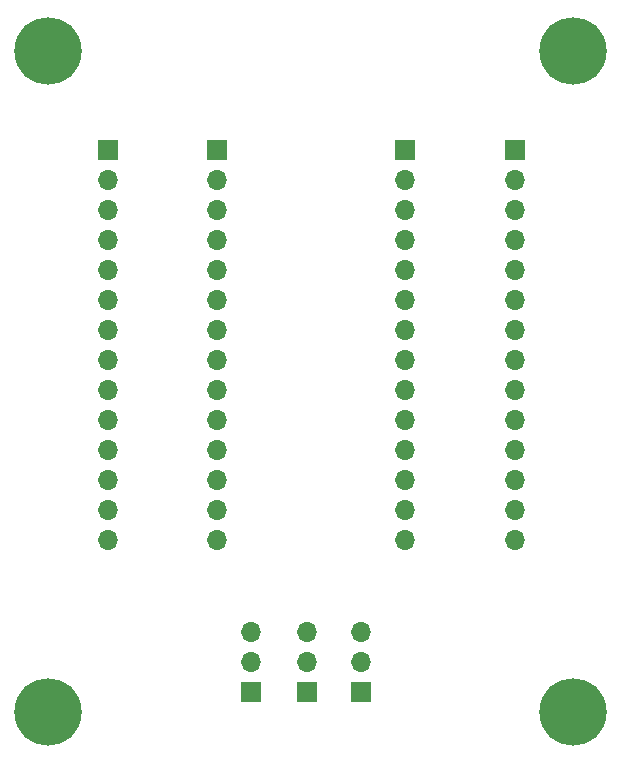
<source format=gbr>
%TF.GenerationSoftware,KiCad,Pcbnew,(6.0.9)*%
%TF.CreationDate,2024-12-27T08:11:02-03:00*%
%TF.ProjectId,shield teensy_v2,73686965-6c64-4207-9465-656e73795f76,rev?*%
%TF.SameCoordinates,Original*%
%TF.FileFunction,Copper,L2,Bot*%
%TF.FilePolarity,Positive*%
%FSLAX46Y46*%
G04 Gerber Fmt 4.6, Leading zero omitted, Abs format (unit mm)*
G04 Created by KiCad (PCBNEW (6.0.9)) date 2024-12-27 08:11:02*
%MOMM*%
%LPD*%
G01*
G04 APERTURE LIST*
%TA.AperFunction,ComponentPad*%
%ADD10C,5.700000*%
%TD*%
%TA.AperFunction,ComponentPad*%
%ADD11R,1.700000X1.700000*%
%TD*%
%TA.AperFunction,ComponentPad*%
%ADD12O,1.700000X1.700000*%
%TD*%
G04 APERTURE END LIST*
D10*
%TO.P,H4,1*%
%TO.N,N/C*%
X150210000Y-124650000D03*
%TD*%
D11*
%TO.P,J5,1,Pin_1*%
%TO.N,GND1*%
X172080000Y-122940000D03*
D12*
%TO.P,J5,2,Pin_2*%
X172080000Y-120400000D03*
%TO.P,J5,3,Pin_3*%
X172080000Y-117860000D03*
%TD*%
D10*
%TO.P,H3,1*%
%TO.N,N/C*%
X194660000Y-124650000D03*
%TD*%
%TO.P,H2,1*%
%TO.N,N/C*%
X194660000Y-68710000D03*
%TD*%
D11*
%TO.P,J2,1,Pin_1*%
%TO.N,+5V*%
X180370000Y-77025000D03*
D12*
%TO.P,J2,2,Pin_2*%
%TO.N,GND1*%
X180370000Y-79565000D03*
%TO.P,J2,3,Pin_3*%
%TO.N,+3.3V*%
X180370000Y-82105000D03*
%TO.P,J2,4,Pin_4*%
%TO.N,Net-(J2-Pad4)*%
X180370000Y-84645000D03*
%TO.P,J2,5,Pin_5*%
%TO.N,Net-(J2-Pad5)*%
X180370000Y-87185000D03*
%TO.P,J2,6,Pin_6*%
%TO.N,Net-(J2-Pad6)*%
X180370000Y-89725000D03*
%TO.P,J2,7,Pin_7*%
%TO.N,Net-(J2-Pad7)*%
X180370000Y-92265000D03*
%TO.P,J2,8,Pin_8*%
%TO.N,Net-(J2-Pad8)*%
X180370000Y-94805000D03*
%TO.P,J2,9,Pin_9*%
%TO.N,Net-(J2-Pad9)*%
X180370000Y-97345000D03*
%TO.P,J2,10,Pin_10*%
%TO.N,Net-(J2-Pad10)*%
X180370000Y-99885000D03*
%TO.P,J2,11,Pin_11*%
%TO.N,Net-(J2-Pad11)*%
X180370000Y-102425000D03*
%TO.P,J2,12,Pin_12*%
%TO.N,Net-(J2-Pad12)*%
X180370000Y-104965000D03*
%TO.P,J2,13,Pin_13*%
%TO.N,Net-(J2-Pad13)*%
X180370000Y-107505000D03*
%TO.P,J2,14,Pin_14*%
%TO.N,unconnected-(J2-Pad14)*%
X180370000Y-110045000D03*
%TD*%
D11*
%TO.P,J3,1,Pin_1*%
%TO.N,GND*%
X155241191Y-77025000D03*
D12*
%TO.P,J3,2,Pin_2*%
%TO.N,Net-(J1-Pad2)*%
X155241191Y-79565000D03*
%TO.P,J3,3,Pin_3*%
%TO.N,Net-(J1-Pad3)*%
X155241191Y-82105000D03*
%TO.P,J3,4,Pin_4*%
%TO.N,Net-(J1-Pad4)*%
X155241191Y-84645000D03*
%TO.P,J3,5,Pin_5*%
%TO.N,Net-(J1-Pad5)*%
X155241191Y-87185000D03*
%TO.P,J3,6,Pin_6*%
%TO.N,Net-(J1-Pad6)*%
X155241191Y-89725000D03*
%TO.P,J3,7,Pin_7*%
%TO.N,Net-(J1-Pad7)*%
X155241191Y-92265000D03*
%TO.P,J3,8,Pin_8*%
%TO.N,Net-(J1-Pad8)*%
X155241191Y-94805000D03*
%TO.P,J3,9,Pin_9*%
%TO.N,Net-(J1-Pad9)*%
X155241191Y-97345000D03*
%TO.P,J3,10,Pin_10*%
%TO.N,Net-(J1-Pad10)*%
X155241191Y-99885000D03*
%TO.P,J3,11,Pin_11*%
%TO.N,Net-(J1-Pad11)*%
X155241191Y-102425000D03*
%TO.P,J3,12,Pin_12*%
%TO.N,Net-(J1-Pad12)*%
X155241191Y-104965000D03*
%TO.P,J3,13,Pin_13*%
%TO.N,Net-(J1-Pad13)*%
X155241191Y-107505000D03*
%TO.P,J3,14,Pin_14*%
%TO.N,unconnected-(J3-Pad14)*%
X155241191Y-110045000D03*
%TD*%
D10*
%TO.P,H1,1*%
%TO.N,N/C*%
X150210000Y-68710000D03*
%TD*%
D11*
%TO.P,J6,1,Pin_1*%
%TO.N,+5V*%
X167390000Y-122940000D03*
D12*
%TO.P,J6,2,Pin_2*%
X167390000Y-120400000D03*
%TO.P,J6,3,Pin_3*%
X167390000Y-117860000D03*
%TD*%
D11*
%TO.P,J7,1,Pin_1*%
%TO.N,+3.3V*%
X176680000Y-122940000D03*
D12*
%TO.P,J7,2,Pin_2*%
X176680000Y-120400000D03*
%TO.P,J7,3,Pin_3*%
X176680000Y-117860000D03*
%TD*%
D11*
%TO.P,J1,1,Pin_1*%
%TO.N,GND*%
X164456191Y-77025000D03*
D12*
%TO.P,J1,2,Pin_2*%
%TO.N,Net-(J1-Pad2)*%
X164456191Y-79565000D03*
%TO.P,J1,3,Pin_3*%
%TO.N,Net-(J1-Pad3)*%
X164456191Y-82105000D03*
%TO.P,J1,4,Pin_4*%
%TO.N,Net-(J1-Pad4)*%
X164456191Y-84645000D03*
%TO.P,J1,5,Pin_5*%
%TO.N,Net-(J1-Pad5)*%
X164456191Y-87185000D03*
%TO.P,J1,6,Pin_6*%
%TO.N,Net-(J1-Pad6)*%
X164456191Y-89725000D03*
%TO.P,J1,7,Pin_7*%
%TO.N,Net-(J1-Pad7)*%
X164456191Y-92265000D03*
%TO.P,J1,8,Pin_8*%
%TO.N,Net-(J1-Pad8)*%
X164456191Y-94805000D03*
%TO.P,J1,9,Pin_9*%
%TO.N,Net-(J1-Pad9)*%
X164456191Y-97345000D03*
%TO.P,J1,10,Pin_10*%
%TO.N,Net-(J1-Pad10)*%
X164456191Y-99885000D03*
%TO.P,J1,11,Pin_11*%
%TO.N,Net-(J1-Pad11)*%
X164456191Y-102425000D03*
%TO.P,J1,12,Pin_12*%
%TO.N,Net-(J1-Pad12)*%
X164456191Y-104965000D03*
%TO.P,J1,13,Pin_13*%
%TO.N,Net-(J1-Pad13)*%
X164456191Y-107505000D03*
%TO.P,J1,14,Pin_14*%
%TO.N,unconnected-(J1-Pad14)*%
X164456191Y-110045000D03*
%TD*%
D11*
%TO.P,J4,1,Pin_1*%
%TO.N,+5V*%
X189720715Y-77025000D03*
D12*
%TO.P,J4,2,Pin_2*%
%TO.N,GND1*%
X189720715Y-79565000D03*
%TO.P,J4,3,Pin_3*%
%TO.N,+3.3V*%
X189720715Y-82105000D03*
%TO.P,J4,4,Pin_4*%
%TO.N,Net-(J2-Pad4)*%
X189720715Y-84645000D03*
%TO.P,J4,5,Pin_5*%
%TO.N,Net-(J2-Pad5)*%
X189720715Y-87185000D03*
%TO.P,J4,6,Pin_6*%
%TO.N,Net-(J2-Pad6)*%
X189720715Y-89725000D03*
%TO.P,J4,7,Pin_7*%
%TO.N,Net-(J2-Pad7)*%
X189720715Y-92265000D03*
%TO.P,J4,8,Pin_8*%
%TO.N,Net-(J2-Pad8)*%
X189720715Y-94805000D03*
%TO.P,J4,9,Pin_9*%
%TO.N,Net-(J2-Pad9)*%
X189720715Y-97345000D03*
%TO.P,J4,10,Pin_10*%
%TO.N,Net-(J2-Pad10)*%
X189720715Y-99885000D03*
%TO.P,J4,11,Pin_11*%
%TO.N,Net-(J2-Pad11)*%
X189720715Y-102425000D03*
%TO.P,J4,12,Pin_12*%
%TO.N,Net-(J2-Pad12)*%
X189720715Y-104965000D03*
%TO.P,J4,13,Pin_13*%
%TO.N,Net-(J2-Pad13)*%
X189720715Y-107505000D03*
%TO.P,J4,14,Pin_14*%
%TO.N,unconnected-(J4-Pad14)*%
X189720715Y-110045000D03*
%TD*%
M02*

</source>
